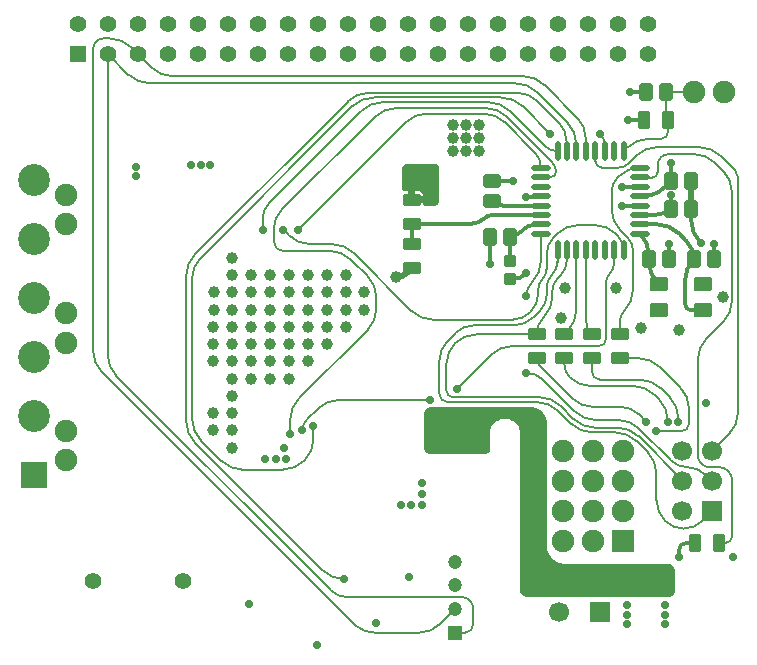
<source format=gbl>
G04 Layer_Physical_Order=4*
G04 Layer_Color=16711680*
%FSLAX43Y43*%
%MOMM*%
G71*
G01*
G75*
%ADD10C,0.300*%
%ADD11C,0.500*%
%ADD12C,0.200*%
G04:AMPARAMS|DCode=23|XSize=1.21mm|YSize=1.46mm|CornerRadius=0.151mm|HoleSize=0mm|Usage=FLASHONLY|Rotation=180.000|XOffset=0mm|YOffset=0mm|HoleType=Round|Shape=RoundedRectangle|*
%AMROUNDEDRECTD23*
21,1,1.210,1.157,0,0,180.0*
21,1,0.907,1.460,0,0,180.0*
1,1,0.302,-0.454,0.579*
1,1,0.302,0.454,0.579*
1,1,0.302,0.454,-0.579*
1,1,0.302,-0.454,-0.579*
%
%ADD23ROUNDEDRECTD23*%
G04:AMPARAMS|DCode=24|XSize=1.21mm|YSize=1.46mm|CornerRadius=0.151mm|HoleSize=0mm|Usage=FLASHONLY|Rotation=270.000|XOffset=0mm|YOffset=0mm|HoleType=Round|Shape=RoundedRectangle|*
%AMROUNDEDRECTD24*
21,1,1.210,1.157,0,0,270.0*
21,1,0.907,1.460,0,0,270.0*
1,1,0.302,-0.579,-0.454*
1,1,0.302,-0.579,0.454*
1,1,0.302,0.579,0.454*
1,1,0.302,0.579,-0.454*
%
%ADD24ROUNDEDRECTD24*%
G04:AMPARAMS|DCode=27|XSize=1.53mm|YSize=1.02mm|CornerRadius=0.128mm|HoleSize=0mm|Usage=FLASHONLY|Rotation=180.000|XOffset=0mm|YOffset=0mm|HoleType=Round|Shape=RoundedRectangle|*
%AMROUNDEDRECTD27*
21,1,1.530,0.765,0,0,180.0*
21,1,1.275,1.020,0,0,180.0*
1,1,0.255,-0.637,0.383*
1,1,0.255,0.637,0.383*
1,1,0.255,0.637,-0.383*
1,1,0.255,-0.637,-0.383*
%
%ADD27ROUNDEDRECTD27*%
G04:AMPARAMS|DCode=28|XSize=1.53mm|YSize=1.02mm|CornerRadius=0.128mm|HoleSize=0mm|Usage=FLASHONLY|Rotation=270.000|XOffset=0mm|YOffset=0mm|HoleType=Round|Shape=RoundedRectangle|*
%AMROUNDEDRECTD28*
21,1,1.530,0.765,0,0,270.0*
21,1,1.275,1.020,0,0,270.0*
1,1,0.255,-0.383,-0.637*
1,1,0.255,-0.383,0.637*
1,1,0.255,0.383,0.637*
1,1,0.255,0.383,-0.637*
%
%ADD28ROUNDEDRECTD28*%
%ADD34C,1.900*%
%ADD35C,1.200*%
%ADD36R,1.200X1.200*%
%ADD37C,1.400*%
%ADD38C,2.700*%
%ADD39R,2.200X2.200*%
%ADD40R,1.900X1.900*%
%ADD41R,1.400X1.400*%
%ADD42C,1.700*%
%ADD43R,1.700X1.700*%
%ADD44R,1.700X1.700*%
%ADD45C,0.700*%
%ADD46C,1.000*%
%ADD47O,1.650X0.550*%
%ADD48O,0.550X1.650*%
G04:AMPARAMS|DCode=49|XSize=1.6mm|YSize=1.25mm|CornerRadius=0.156mm|HoleSize=0mm|Usage=FLASHONLY|Rotation=180.000|XOffset=0mm|YOffset=0mm|HoleType=Round|Shape=RoundedRectangle|*
%AMROUNDEDRECTD49*
21,1,1.600,0.938,0,0,180.0*
21,1,1.288,1.250,0,0,180.0*
1,1,0.313,-0.644,0.469*
1,1,0.313,0.644,0.469*
1,1,0.313,0.644,-0.469*
1,1,0.313,-0.644,-0.469*
%
%ADD49ROUNDEDRECTD49*%
G04:AMPARAMS|DCode=50|XSize=1.05mm|YSize=1.07mm|CornerRadius=0.131mm|HoleSize=0mm|Usage=FLASHONLY|Rotation=270.000|XOffset=0mm|YOffset=0mm|HoleType=Round|Shape=RoundedRectangle|*
%AMROUNDEDRECTD50*
21,1,1.050,0.808,0,0,270.0*
21,1,0.787,1.070,0,0,270.0*
1,1,0.263,-0.404,-0.394*
1,1,0.263,-0.404,0.394*
1,1,0.263,0.404,0.394*
1,1,0.263,0.404,-0.394*
%
%ADD50ROUNDEDRECTD50*%
G36*
X38500Y41900D02*
X38500Y41900D01*
X38500D01*
X38680Y41860D01*
X38737Y41836D01*
X38854Y41719D01*
X38918Y41565D01*
X38918Y41482D01*
X38918Y38772D01*
X38918Y38772D01*
X38918Y38678D01*
X38846Y38504D01*
X38713Y38372D01*
X38540Y38300D01*
X38446Y38300D01*
X37745Y38300D01*
X37571Y38451D01*
Y38534D01*
X36600D01*
Y38834D01*
X36300D01*
Y39550D01*
X35963D01*
X35800Y39722D01*
X35800Y41500D01*
X35800Y41500D01*
X35800Y41500D01*
X35845Y41688D01*
X35861Y41727D01*
X35973Y41839D01*
X36120Y41900D01*
X36200Y41900D01*
X38500Y41900D01*
X38500Y41900D01*
D02*
G37*
G36*
X46700Y21300D02*
Y21300D01*
X46700D01*
X46886Y21288D01*
X47079Y21250D01*
X47316Y21152D01*
X47529Y21010D01*
X47710Y20829D01*
X47852Y20616D01*
X47950Y20379D01*
X48000Y20128D01*
Y20000D01*
X48000Y9624D01*
X48008Y9465D01*
X48070Y9153D01*
X48192Y8858D01*
X48369Y8594D01*
X48594Y8369D01*
X48859Y8192D01*
X49153Y8070D01*
X49465Y8008D01*
X49624Y8000D01*
X58265Y8000D01*
X58265Y8000D01*
X58265Y8000D01*
X58265D01*
X58448Y7974D01*
X58608Y7908D01*
X58778Y7738D01*
X58870Y7515D01*
X58870Y7395D01*
X58870Y5763D01*
X58870Y5763D01*
Y5651D01*
X58784Y5444D01*
X58626Y5286D01*
X58419Y5200D01*
X58307Y5200D01*
X46614Y5200D01*
X46613Y5200D01*
X46501Y5200D01*
X46281Y5244D01*
X46074Y5330D01*
X45888Y5454D01*
X45781Y5561D01*
Y19000D01*
X45778Y19016D01*
X45779Y19032D01*
X45757Y19240D01*
X45748Y19271D01*
X45744Y19302D01*
X45679Y19501D01*
X45664Y19529D01*
X45653Y19560D01*
X45549Y19741D01*
X45528Y19765D01*
X45511Y19792D01*
X45371Y19948D01*
X45346Y19967D01*
X45324Y19991D01*
X45155Y20114D01*
X45126Y20127D01*
X45099Y20145D01*
X44908Y20231D01*
X44877Y20238D01*
X44848Y20250D01*
X44643Y20294D01*
X44611Y20294D01*
X44580Y20300D01*
X44370D01*
X44339Y20294D01*
X44307Y20294D01*
X44102Y20250D01*
X44073Y20238D01*
X44042Y20231D01*
X43851Y20145D01*
X43824Y20127D01*
X43795Y20114D01*
X43626Y19991D01*
X43604Y19967D01*
X43579Y19948D01*
X43439Y19792D01*
X43422Y19765D01*
X43401Y19741D01*
X43313Y19588D01*
X43300D01*
Y19566D01*
X43297Y19560D01*
X43286Y19529D01*
X43271Y19501D01*
X43206Y19302D01*
X43202Y19271D01*
X43193Y19240D01*
X43171Y19032D01*
X43172Y19016D01*
X43169Y19000D01*
Y17521D01*
X43040Y17391D01*
X42819Y17300D01*
X42700Y17300D01*
X38207Y17300D01*
X38096Y17300D01*
X37892Y17385D01*
X37735Y17542D01*
X37650Y17746D01*
X37650Y17857D01*
X37650Y20353D01*
X37650Y20747D01*
X37650Y20747D01*
X37650Y20747D01*
X37680Y20930D01*
X37734Y21060D01*
X37890Y21216D01*
X38093Y21300D01*
X38203D01*
X46700Y21300D01*
X46700Y21300D01*
D02*
G37*
%LPC*%
G36*
X37237Y39550D02*
X36900D01*
Y39134D01*
X37571D01*
Y39216D01*
X37546Y39344D01*
X37474Y39452D01*
X37365Y39525D01*
X37237Y39550D01*
D02*
G37*
%LPD*%
D10*
X47086Y36750D02*
G03*
X46000Y36300I0J-1536D01*
G01*
X59721Y30000D02*
G03*
X60233Y29488I512J0D01*
G01*
X56655Y33595D02*
G03*
X57399Y31798I2540J0D01*
G01*
X60421Y33721D02*
G03*
X60455Y33803I-81J81D01*
G01*
X43421Y37550D02*
G03*
X42700Y37251I0J-1019D01*
G01*
X41655Y36819D02*
G03*
X42700Y37251I0J1478D01*
G01*
X56655Y34188D02*
G03*
X55925Y35950I-2492J0D01*
G01*
X56203Y39150D02*
G03*
X58450Y40505I0J2540D01*
G01*
X56433Y47925D02*
G03*
X56551Y48209I-284J284D01*
G01*
X57116Y37550D02*
G03*
X58565Y38150I0J2049D01*
G01*
X59177Y36006D02*
G03*
X57381Y36750I-1796J-1796D01*
G01*
X60455Y33803D02*
G03*
X59801Y35382I-2234J0D01*
G01*
X60413Y33904D02*
G03*
X60413Y33905I-102J-102D01*
G01*
X60455Y33803D02*
G03*
X60413Y33904I-145J0D01*
G01*
X60421Y33721D02*
G03*
X59721Y32030I1692J-1692D01*
G01*
X60255Y37050D02*
G03*
X60999Y35254I2540J0D01*
G01*
X59861Y9800D02*
G03*
X59190Y9129I0J-671D01*
G01*
X43340Y38755D02*
G03*
X44318Y38350I978J978D01*
G01*
X44915Y35750D02*
G03*
X45828Y36128I0J1292D01*
G01*
X43200Y33400D02*
G03*
X43225Y33460I-60J60D01*
G01*
X45105Y32109D02*
G03*
X46291Y32600I0J1677D01*
G01*
X45828Y36128D02*
X46000Y36300D01*
X47086Y36750D02*
X47525D01*
X60233Y29488D02*
X61209D01*
X59721Y30000D02*
Y32030D01*
X56655Y33803D02*
Y34188D01*
Y33595D02*
Y33803D01*
X57399Y31798D02*
X57509Y31688D01*
X58345Y33803D02*
X58345Y35132D01*
X62145Y33803D02*
X62145Y35132D01*
X58555Y40450D02*
Y41944D01*
X43421Y37550D02*
X47525D01*
X36600Y36819D02*
X41655D01*
X44318Y38350D02*
X47525D01*
X46230Y39106D02*
X47525D01*
X54365Y39950D02*
X55925D01*
X54365Y38350D02*
X55925D01*
X55033Y47925D02*
X56433Y47925D01*
X54883Y45600D02*
X56283Y45600D01*
X36600Y35078D02*
Y36819D01*
X55925Y37550D02*
X57116D01*
X58565Y38100D02*
Y38150D01*
Y39216D01*
X55925Y36750D02*
X57381D01*
X59177Y36006D02*
X59801Y35382D01*
X60413Y33905D02*
X60413Y33904D01*
X60999Y35254D02*
X61053Y35200D01*
X60255Y37050D02*
Y38100D01*
X59190Y8600D02*
Y9129D01*
X59861Y9800D02*
X60567D01*
X43340Y40445D02*
X45124D01*
X45124Y40445D01*
X44915Y33629D02*
Y35700D01*
Y35750D01*
X43225Y33460D02*
Y35700D01*
X44900Y32109D02*
X45105D01*
D11*
X35214Y32263D02*
G03*
X36214Y32677I0J1414D01*
G01*
X60245Y38124D02*
G03*
X60255Y38100I34J0D01*
G01*
X36214Y32677D02*
X36600Y33063D01*
X60245Y38124D02*
Y40450D01*
D12*
X59460Y15028D02*
G03*
X59385Y15208I-255J0D01*
G01*
X55785Y18809D02*
G03*
X53989Y19553I-1796J-1796D01*
G01*
X55621Y18404D02*
G03*
X53825Y19148I-1796J-1796D01*
G01*
X57300Y15673D02*
G03*
X56556Y17469I-2540J0D01*
G01*
X59628Y11000D02*
G03*
X61137Y11625I0J2134D01*
G01*
X57300Y13452D02*
G03*
X58044Y11656I2540J0D01*
G01*
D02*
G03*
X59628Y11000I1584J1584D01*
G01*
X54525Y34550D02*
G03*
X53977Y35873I-1871J0D01*
G01*
X53894Y35956D02*
G03*
X52098Y36700I-1796J-1796D01*
G01*
X50690D02*
G03*
X48894Y35956I0J-2540D01*
G01*
X48619Y35681D02*
G03*
X48000Y34186I1495J-1495D01*
G01*
X51325Y44004D02*
G03*
X50581Y45800I-2540J0D01*
G01*
X50525Y43551D02*
G03*
X49781Y45347I-2540J0D01*
G01*
X44462Y45398D02*
G03*
X42666Y46142I-1796J-1796D01*
G01*
X37889D02*
G03*
X36093Y45398I0J-2540D01*
G01*
X47525Y41550D02*
G03*
X46970Y42890I-1895J0D01*
G01*
X26204Y35821D02*
G03*
X28000Y35078I1796J1796D01*
G01*
X10500Y52500D02*
G03*
X9600Y51600I0J-900D01*
G01*
X12828Y51756D02*
G03*
X11032Y52500I-1796J-1796D01*
G01*
X47679Y23621D02*
G03*
X46281Y24200I-1397J-1397D01*
G01*
X50356Y20944D02*
G03*
X52152Y20200I1796J1796D01*
G01*
X55846Y19456D02*
G03*
X54050Y20200I-1796J-1796D01*
G01*
X58533Y16769D02*
G03*
X59907Y16200I1375J1375D01*
G01*
X61479Y15549D02*
G03*
X59907Y16200I-1572J-1572D01*
G01*
X60800Y17200D02*
G03*
X61800Y16200I1000J0D01*
G01*
X61544Y27101D02*
G03*
X60800Y25305I1796J-1796D01*
G01*
X62956Y28513D02*
G03*
X63700Y30309I-1796J1796D01*
G01*
Y39493D02*
G03*
X62956Y41289I-2540J0D01*
G01*
X62289Y41956D02*
G03*
X60493Y42700I-1796J-1796D01*
G01*
X58325D02*
G03*
X57400Y41775I0J-925D01*
G01*
X56900Y40700D02*
G03*
X57400Y41200I0J500D01*
G01*
X55925Y40750D02*
G03*
X55975Y40700I50J0D01*
G01*
X63456Y19024D02*
G03*
X64200Y20820I-1796J1796D01*
G01*
Y40748D02*
G03*
X63959Y41330I-823J0D01*
G01*
X62733Y42556D02*
G03*
X60937Y43300I-1796J-1796D01*
G01*
X52125Y42136D02*
G03*
X52700Y41561I575J0D01*
G01*
X54083D02*
G03*
X54900Y41900I0J1156D01*
G01*
X57352Y43300D02*
G03*
X55556Y42556I0J-2540D01*
G01*
X54011Y40750D02*
G03*
X53500Y39516I1234J-1234D01*
G01*
Y38052D02*
G03*
X54244Y36256I2540J0D01*
G01*
X55863Y41550D02*
G03*
X54934Y41374I0J-2540D01*
G01*
D02*
G03*
X54067Y40806I929J-2364D01*
G01*
X56600Y44000D02*
G03*
X54850Y43275I0J-2474D01*
G01*
X57700Y44000D02*
G03*
X58300Y44600I0J600D01*
G01*
X47150Y25430D02*
G03*
X47434Y24745I968J0D01*
G01*
X50135Y22044D02*
G03*
X51931Y21300I1796J1796D01*
G01*
X55839Y20661D02*
G03*
X54297Y21300I-1542J-1542D01*
G01*
X57142Y22326D02*
G03*
X55346Y23070I-1796J-1796D01*
G01*
X58267Y20149D02*
G03*
X57523Y21945I-2540J0D01*
G01*
X27044Y22044D02*
G03*
X26300Y20248I1796J-1796D01*
G01*
X31666Y34334D02*
G03*
X29870Y35078I-1796J-1796D01*
G01*
X33600Y30548D02*
G03*
X32856Y32344I-2540J0D01*
G01*
Y27856D02*
G03*
X33600Y29652I-1796J1796D01*
G01*
X48800Y41200D02*
G03*
X48446Y42054I-1207J0D01*
G01*
X48350Y40750D02*
G03*
X48800Y41200I0J450D01*
G01*
X44644Y45856D02*
G03*
X42848Y46600I-1796J-1796D01*
G01*
X24500Y38534D02*
G03*
X23955Y37218I1316J-1316D01*
G01*
X34119Y47100D02*
G03*
X32322Y46356I0J-2540D01*
G01*
X24900Y35300D02*
G03*
X25700Y34500I800J0D01*
G01*
X25536Y37936D02*
G03*
X24900Y36400I1536J-1536D01*
G01*
X35252Y46600D02*
G03*
X33456Y45856I0J-2540D01*
G01*
X31544Y33656D02*
G03*
X31395Y33794I-1796J-1796D01*
G01*
Y33794D02*
G03*
X29690Y34500I-1705J-1705D01*
G01*
X53300Y32507D02*
G03*
X53041Y31881I626J-626D01*
G01*
X53300Y32507D02*
G03*
X53725Y33534I-1026J1026D01*
G01*
X18244Y34244D02*
G03*
X17500Y32448I1796J-1796D01*
G01*
X47172Y47956D02*
G03*
X45376Y48700I-1796J-1796D01*
G01*
X12600Y49444D02*
G03*
X14396Y48700I1796J1796D01*
G01*
X47825Y48556D02*
G03*
X46029Y49300I-1796J-1796D01*
G01*
X14540Y50044D02*
G03*
X16336Y49300I1796J1796D01*
G01*
X49725Y43662D02*
G03*
X48981Y45458I-2540J0D01*
G01*
X29018Y7479D02*
G03*
X30814Y6735I1796J1796D01*
G01*
X17500Y20050D02*
G03*
X18244Y18254I2540J0D01*
G01*
X20456Y16744D02*
G03*
X22252Y16000I1796J1796D01*
G01*
X18000Y20252D02*
G03*
X18744Y18456I2540J0D01*
G01*
X25692Y16000D02*
G03*
X27488Y16744I0J2540D01*
G01*
X27521Y16777D02*
G03*
X28265Y18573I-1796J1796D01*
G01*
X18663Y33863D02*
G03*
X18000Y32263I1600J-1600D01*
G01*
X33352Y47500D02*
G03*
X31556Y46756I0J-2540D01*
G01*
X10831Y25721D02*
G03*
X11575Y23925I2540J0D01*
G01*
X9600Y26052D02*
G03*
X10329Y24291I2490J0D01*
G01*
X44878Y46356D02*
G03*
X43082Y47100I-1796J-1796D01*
G01*
X47830Y43403D02*
G03*
X48925Y42950I1095J1095D01*
G01*
X45972Y46756D02*
G03*
X44176Y47500I-1796J-1796D01*
G01*
X47283Y47156D02*
G03*
X45487Y47900I-1796J-1796D01*
G01*
X32952D02*
G03*
X31156Y47156I0J-2540D01*
G01*
X52925Y43495D02*
G03*
X52550Y44400I-1280J0D01*
G01*
X52431Y26456D02*
G03*
X53041Y27065I0J609D01*
G01*
X45091Y26456D02*
G03*
X43295Y25712I0J-2540D01*
G01*
X39512Y22712D02*
G03*
X40106Y22118I594J0D01*
G01*
X42052Y27445D02*
G03*
X39512Y24905I0J-2540D01*
G01*
X49195Y21374D02*
G03*
X47399Y22118I-1796J-1796D01*
G01*
X50272Y20297D02*
G03*
X52069Y19553I1796J1796D01*
G01*
X38900Y22442D02*
G03*
X39642Y21700I742J0D01*
G01*
X39644Y26915D02*
G03*
X38900Y25119I1796J-1796D01*
G01*
X48997Y20956D02*
G03*
X47201Y21700I-1796J-1796D01*
G01*
X50061Y19892D02*
G03*
X51857Y19148I1796J1796D01*
G01*
X27708Y20243D02*
G03*
X27326Y19321I922J-922D01*
G01*
X30417Y21900D02*
G03*
X28621Y21156I0J-2540D01*
G01*
X63150Y9800D02*
G03*
X63725Y10375I0J575D01*
G01*
Y15040D02*
G03*
X63378Y15878I-1185J0D01*
G01*
D02*
G03*
X62600Y16200I-778J-778D01*
G01*
X31865Y2756D02*
G03*
X33458Y2194I1593J1978D01*
G01*
X37205D02*
G03*
X39001Y2938I0J2540D01*
G01*
X29737Y5763D02*
G03*
X31096Y5200I1359J1359D01*
G01*
X41800Y4200D02*
G03*
X40800Y5200I-1000J0D01*
G01*
X41100Y2200D02*
G03*
X41800Y2900I0J700D01*
G01*
X55300Y34600D02*
G03*
X54876Y35624I-1449J0D01*
G01*
X54556Y29395D02*
G03*
X55300Y31191I-1796J1796D01*
G01*
X54556Y29395D02*
G03*
X54200Y28535I860J-860D01*
G01*
X49781Y27736D02*
G03*
X50525Y29532I-1796J1796D01*
G01*
X51325Y28664D02*
G03*
X51830Y27445I1724J0D01*
G01*
X49967Y23814D02*
G03*
X51763Y23070I1796J1796D01*
G01*
X49490Y24966D02*
G03*
X49967Y23814I1629J0D01*
G01*
X59168Y20307D02*
G03*
X58425Y22103I-2540J0D01*
G01*
X57650Y22877D02*
G03*
X55854Y23621I-1796J-1796D01*
G01*
X51830Y24300D02*
G03*
X52509Y23621I679J0D01*
G01*
X57589Y24686D02*
G03*
X55793Y25430I-1796J-1796D01*
G01*
X60057Y21166D02*
G03*
X59313Y22962I-2540J0D01*
G01*
X59438Y19247D02*
G03*
X60057Y19866I0J619D01*
G01*
X41818Y28200D02*
G03*
X40301Y27572I0J-2146D01*
G01*
D02*
G03*
X40300Y27571I1517J-1519D01*
G01*
X36556Y29444D02*
G03*
X38352Y28700I1796J1796D01*
G01*
X49153Y32400D02*
G03*
X49725Y33782I-1382J1382D01*
G01*
X48893Y32141D02*
G03*
X48500Y31191I950J-950D01*
G01*
X47764Y28900D02*
G03*
X48500Y30677I-1777J1777D01*
G01*
X47745Y28880D02*
G03*
X47150Y27445I1435J-1435D01*
G01*
X48446Y32457D02*
G03*
X48925Y33613I-1155J1155D01*
G01*
X47453Y29444D02*
G03*
X48000Y30765I-1321J1321D01*
G01*
X48446Y32457D02*
G03*
X48000Y31380I1078J-1078D01*
G01*
X45157Y28200D02*
G03*
X46953Y28944I0J2540D01*
G01*
X47650Y32141D02*
G03*
X48000Y32987I-846J846D01*
G01*
X47650Y32141D02*
G03*
X47300Y31297I844J-844D01*
G01*
X45165Y28700D02*
G03*
X46614Y29300I0J2049D01*
G01*
X46626Y29312D02*
G03*
X47300Y30940I-1628J1628D01*
G01*
X46763Y31863D02*
G03*
X46281Y30700I1163J-1163D01*
G01*
X46781Y31881D02*
G03*
X47525Y33677I-1796J1796D01*
G01*
X52069Y19553D02*
X53989D01*
X51857Y19148D02*
X53825D01*
X55621Y18404D02*
X56556Y17469D01*
X61137Y11625D02*
X62000Y12488D01*
X57300Y13452D02*
Y15673D01*
X53894Y35956D02*
X53977Y35873D01*
X50690Y36700D02*
X52098D01*
X48619Y35681D02*
X48894Y35956D01*
X47525Y33677D02*
Y35950D01*
X54244Y36256D02*
X54876Y35624D01*
X51325Y28664D02*
Y34550D01*
X50525Y29532D02*
Y34550D01*
X51325Y42950D02*
Y44004D01*
X50525Y42950D02*
Y43551D01*
X37889Y46142D02*
X42666D01*
X44462Y45398D02*
X46970Y42890D01*
X26995Y36300D02*
X36093Y45398D01*
X25725Y36300D02*
X26204Y35821D01*
X58123Y47925D02*
X60480D01*
X60480Y47925D01*
X58123Y45775D02*
Y47925D01*
Y45775D02*
X58298Y45600D01*
X10500Y52500D02*
X11032D01*
X47679Y23621D02*
X50356Y20944D01*
X52152Y20200D02*
X54050D01*
X61479Y15549D02*
X62000Y15028D01*
X61800Y16200D02*
X62600D01*
X60800Y17200D02*
Y25305D01*
X61544Y27101D02*
X62956Y28513D01*
X63700Y30309D02*
Y39493D01*
X62289Y41956D02*
X62956Y41289D01*
X58325Y42700D02*
X60493D01*
X57400Y41200D02*
Y41775D01*
X55975Y40700D02*
X56900D01*
X62000Y17568D02*
X63456Y19024D01*
X64200Y20820D02*
Y40748D01*
X62733Y42556D02*
X63959Y41330D01*
X52125Y42136D02*
Y42950D01*
X52700Y41561D02*
X54083D01*
X54900Y41900D02*
X55556Y42556D01*
X57352Y43300D02*
X60937D01*
X53500Y38052D02*
Y39516D01*
X54011Y40750D02*
X54067Y40806D01*
X55863Y41550D02*
X55925D01*
X54525Y42950D02*
X54850Y43275D01*
X56600Y44000D02*
X57700D01*
X58300Y44600D02*
Y45600D01*
X58298D02*
X58298D01*
X58300D01*
X47434Y24745D02*
X50135Y22044D01*
X55839Y20661D02*
X56447Y20053D01*
X51931Y21300D02*
X54297D01*
X57142Y22326D02*
X57523Y21945D01*
X59168Y20046D02*
Y20307D01*
X58267Y20046D02*
Y20149D01*
X26300Y18986D02*
Y20248D01*
X27044Y22044D02*
X32856Y27856D01*
X28000Y35078D02*
X29870D01*
X33600Y29652D02*
Y30548D01*
X47525Y40750D02*
X48350D01*
X44644Y45856D02*
X48446Y42054D01*
X23955Y36300D02*
Y37218D01*
X24500Y38534D02*
X32322Y46356D01*
X24900Y35300D02*
Y36400D01*
X25700Y34500D02*
X29690D01*
X25536Y37936D02*
X33456Y45856D01*
X35252Y46600D02*
X42848D01*
X31544Y33656D02*
X32856Y32344D01*
X53725Y33534D02*
Y34550D01*
X53041Y27065D02*
Y31881D01*
X18244Y34244D02*
X31156Y47156D01*
X14396Y48700D02*
X45376D01*
X47172Y47956D02*
X49781Y45347D01*
X10831Y51213D02*
X12600Y49444D01*
X16336Y49300D02*
X46029D01*
X13371Y51213D02*
X14540Y50044D01*
X12828Y51756D02*
X13371Y51213D01*
X47825Y48556D02*
X50581Y45800D01*
X49725Y42950D02*
Y43662D01*
X47283Y47156D02*
X48981Y45458D01*
X18244Y18254D02*
X29018Y7479D01*
X30814Y6735D02*
X30884D01*
X17500Y20050D02*
Y32448D01*
X28265Y18573D02*
Y19700D01*
X18744Y18456D02*
X20456Y16744D01*
X22252Y16000D02*
X25692D01*
X27488Y16744D02*
X27521Y16777D01*
X18000Y20252D02*
Y32263D01*
X18663Y33863D02*
X31556Y46756D01*
X10831Y25721D02*
Y51213D01*
X9600Y26052D02*
Y51600D01*
X10329Y24291D02*
X31865Y2756D01*
X44878Y46356D02*
X47830Y43403D01*
X34119Y47100D02*
X43082D01*
X33352Y47500D02*
X44176D01*
X32952Y47900D02*
X45487D01*
X52925Y42950D02*
Y43495D01*
X45972Y46756D02*
X48310Y44418D01*
X45091Y26456D02*
X52431D01*
X39512Y22712D02*
Y24905D01*
X40106Y22118D02*
X47399D01*
X49195Y21374D02*
X50272Y20297D01*
X38900Y22442D02*
Y25119D01*
X39642Y21700D02*
X47201D01*
X48997Y20956D02*
X50061Y19892D01*
X27708Y20243D02*
X28621Y21156D01*
X30417Y21900D02*
X38139D01*
X40383Y22800D02*
X43295Y25712D01*
X62582Y9800D02*
X63150D01*
X63725Y10375D02*
Y15040D01*
X33458Y2194D02*
X37205D01*
X39001Y2938D02*
X40257Y4194D01*
X40257Y2194D02*
Y2200D01*
X11575Y23925D02*
X29737Y5763D01*
X31096Y5200D02*
X40800D01*
X41800Y2900D02*
Y4200D01*
X40257Y2200D02*
X41100D01*
X55300Y31191D02*
Y34600D01*
X54200Y27445D02*
Y28535D01*
X49490Y27445D02*
X49781Y27736D01*
X51763Y23070D02*
X55346D01*
X49490Y24966D02*
Y25430D01*
X57650Y22877D02*
X58425Y22103D01*
X52509Y23621D02*
X55854D01*
X51830Y24300D02*
Y25430D01*
X54200Y25430D02*
X55793D01*
X57589Y24686D02*
X59313Y22962D01*
X55785Y18809D02*
X59385Y15208D01*
X55846Y19456D02*
X58533Y16769D01*
X60057Y19866D02*
Y21166D01*
X57266Y19247D02*
X59438D01*
X39644Y26915D02*
X40300Y27571D01*
X31666Y34334D02*
X36556Y29444D01*
X49725Y33782D02*
Y34550D01*
X48893Y32141D02*
X49153Y32400D01*
X48500Y30677D02*
Y31191D01*
X47745Y28880D02*
X47764Y28900D01*
X42052Y27445D02*
X47150D01*
X48000Y30765D02*
Y31380D01*
X48925Y33613D02*
Y34550D01*
X46953Y28944D02*
X47453Y29444D01*
X41818Y28200D02*
X45157D01*
X48000Y32987D02*
Y34186D01*
X38352Y28700D02*
X45165D01*
X46614Y29300D02*
X46626Y29312D01*
X47300Y30940D02*
Y31297D01*
X46763Y31863D02*
X46781Y31881D01*
D23*
X62145Y33803D02*
D03*
X60455Y33803D02*
D03*
X60255Y38100D02*
D03*
X58565Y38100D02*
D03*
X60245Y40450D02*
D03*
X58555Y40450D02*
D03*
X58345Y33803D02*
D03*
X56655Y33803D02*
D03*
X56433Y47925D02*
D03*
X58123Y47925D02*
D03*
X44915Y35700D02*
D03*
X43225D02*
D03*
D24*
X43340Y40445D02*
D03*
X43340Y38755D02*
D03*
D27*
X51830Y25430D02*
D03*
X51830Y27445D02*
D03*
X36600Y38834D02*
D03*
X36600Y36819D02*
D03*
Y35078D02*
D03*
Y33063D02*
D03*
X47150Y25430D02*
D03*
X47150Y27445D02*
D03*
X54200Y25430D02*
D03*
X54200Y27445D02*
D03*
X49490Y25430D02*
D03*
X49490Y27445D02*
D03*
D28*
X56283Y45600D02*
D03*
X58298Y45600D02*
D03*
X62582Y9800D02*
D03*
X60567D02*
D03*
D34*
X7272Y26750D02*
D03*
X7272Y29250D02*
D03*
X7272Y16770D02*
D03*
X7272Y19270D02*
D03*
X7272Y36750D02*
D03*
Y39250D02*
D03*
X49420Y17548D02*
D03*
X49420Y15008D02*
D03*
X49420Y12468D02*
D03*
X49420Y9928D02*
D03*
X51960Y9928D02*
D03*
X51960Y12468D02*
D03*
Y15008D02*
D03*
X51960Y17548D02*
D03*
X54500Y15008D02*
D03*
X54500Y12468D02*
D03*
Y17548D02*
D03*
X62980Y47925D02*
D03*
X60480Y47925D02*
D03*
D35*
X40257Y4194D02*
D03*
X40257Y6194D02*
D03*
X40257Y8194D02*
D03*
D36*
X40257Y2194D02*
D03*
D37*
X9600Y6600D02*
D03*
X17200Y6600D02*
D03*
X18451Y53753D02*
D03*
X20991D02*
D03*
X36231Y53753D02*
D03*
X33691Y53753D02*
D03*
X26071Y53753D02*
D03*
X23531Y53753D02*
D03*
X28611D02*
D03*
X31151Y53753D02*
D03*
X41311Y53753D02*
D03*
X38771Y53753D02*
D03*
X43851D02*
D03*
X46391D02*
D03*
X8291Y53753D02*
D03*
X10831Y53753D02*
D03*
X13371D02*
D03*
X15911D02*
D03*
X46391Y51213D02*
D03*
X43851D02*
D03*
X38771Y51213D02*
D03*
X41311Y51213D02*
D03*
X31151Y51213D02*
D03*
X28611Y51213D02*
D03*
X23531Y51213D02*
D03*
X26071Y51213D02*
D03*
X33691D02*
D03*
X36231Y51213D02*
D03*
X20991Y51213D02*
D03*
X13371D02*
D03*
X10831Y51213D02*
D03*
X15911Y51213D02*
D03*
X18451Y51213D02*
D03*
X51471Y51213D02*
D03*
X48931Y51213D02*
D03*
X54011D02*
D03*
X56551Y51213D02*
D03*
X56551Y53753D02*
D03*
X54011Y53753D02*
D03*
X48931Y53753D02*
D03*
X51471Y53753D02*
D03*
D38*
X4600Y35500D02*
D03*
X4600Y25500D02*
D03*
X4600Y20500D02*
D03*
X4600Y30500D02*
D03*
Y40500D02*
D03*
D39*
Y15500D02*
D03*
D40*
X54500Y9928D02*
D03*
D41*
X8291Y51213D02*
D03*
D42*
X49050Y3896D02*
D03*
X62000Y15028D02*
D03*
X62000Y17568D02*
D03*
X59460Y17568D02*
D03*
X59460Y15028D02*
D03*
X59460Y12488D02*
D03*
D43*
X52550Y3896D02*
D03*
D44*
X62000Y12488D02*
D03*
D45*
X61465Y21600D02*
D03*
X48045Y6231D02*
D03*
Y7164D02*
D03*
Y8096D02*
D03*
X47200Y6236D02*
D03*
Y7168D02*
D03*
Y8100D02*
D03*
X46332Y8129D02*
D03*
Y7197D02*
D03*
Y6265D02*
D03*
X54783Y2900D02*
D03*
X54806Y3693D02*
D03*
Y4500D02*
D03*
X57994D02*
D03*
Y3693D02*
D03*
X58017Y2900D02*
D03*
X58345Y35132D02*
D03*
X62145Y35132D02*
D03*
X58555Y41944D02*
D03*
X46230Y39106D02*
D03*
X54365Y39950D02*
D03*
Y38350D02*
D03*
X55033Y47925D02*
D03*
X54883Y45600D02*
D03*
X33550Y3000D02*
D03*
X39322Y20783D02*
D03*
X39318Y19829D02*
D03*
X39315Y18825D02*
D03*
X38400Y18842D02*
D03*
X38403Y19846D02*
D03*
X38407Y20800D02*
D03*
X25800Y17800D02*
D03*
X25940Y16894D02*
D03*
X25070Y16904D02*
D03*
X24200Y16914D02*
D03*
X38344Y41332D02*
D03*
Y40400D02*
D03*
X25725Y36300D02*
D03*
X26995D02*
D03*
X23955D02*
D03*
X26300Y18986D02*
D03*
X27326Y19321D02*
D03*
X28265Y19700D02*
D03*
X35650Y13000D02*
D03*
X36545D02*
D03*
X37457Y12990D02*
D03*
Y13922D02*
D03*
Y14854D02*
D03*
X37512Y40411D02*
D03*
Y41343D02*
D03*
X28535Y1143D02*
D03*
X38397Y17838D02*
D03*
X39312Y17821D02*
D03*
X13222Y40838D02*
D03*
Y41646D02*
D03*
X17876Y41775D02*
D03*
X18730Y41775D02*
D03*
X19538D02*
D03*
X30884Y6735D02*
D03*
X46281Y24200D02*
D03*
X59168Y20046D02*
D03*
X58267D02*
D03*
X56447Y20053D02*
D03*
X48310Y44418D02*
D03*
X52550Y44400D02*
D03*
X58565Y39216D02*
D03*
X61053Y35200D02*
D03*
X40383Y22800D02*
D03*
X38139Y21900D02*
D03*
X36315Y6907D02*
D03*
X59190Y8600D02*
D03*
X63750Y8600D02*
D03*
X22815Y4625D02*
D03*
X57266Y19247D02*
D03*
X45124Y40445D02*
D03*
X43200Y33400D02*
D03*
X46281Y30700D02*
D03*
X46291Y32600D02*
D03*
D46*
X49205Y28857D02*
D03*
X49545Y31400D02*
D03*
X62900Y30600D02*
D03*
X56000Y28000D02*
D03*
X53885Y31400D02*
D03*
X59250Y27830D02*
D03*
X32580Y29535D02*
D03*
X32582Y30996D02*
D03*
X30980Y28074D02*
D03*
X30982Y29535D02*
D03*
X30985Y30996D02*
D03*
X30987Y32457D02*
D03*
X29380Y26613D02*
D03*
X29382Y28074D02*
D03*
X29385Y29535D02*
D03*
X27780Y25152D02*
D03*
X27782Y26613D02*
D03*
X27785Y28074D02*
D03*
X26180Y23691D02*
D03*
X26182Y25152D02*
D03*
X26185Y26613D02*
D03*
X24582Y23691D02*
D03*
X24585Y25152D02*
D03*
X21377Y17847D02*
D03*
X21405Y33918D02*
D03*
X19785Y20769D02*
D03*
X19782Y19308D02*
D03*
X22985Y23691D02*
D03*
X26187Y28074D02*
D03*
X27787Y29535D02*
D03*
X29387Y30996D02*
D03*
X29390Y32457D02*
D03*
X19803Y30996D02*
D03*
X19800Y29535D02*
D03*
X19798Y28074D02*
D03*
X19795Y26613D02*
D03*
X19792Y25152D02*
D03*
X24587Y26613D02*
D03*
X24590Y28074D02*
D03*
X22987Y25152D02*
D03*
X27790Y30996D02*
D03*
X27792Y32457D02*
D03*
X26190Y29535D02*
D03*
X26192Y30996D02*
D03*
X26195Y32457D02*
D03*
X24592Y29535D02*
D03*
X24595Y30996D02*
D03*
X24597Y32457D02*
D03*
X23000D02*
D03*
X22997Y30996D02*
D03*
X22995Y29535D02*
D03*
X22992Y28074D02*
D03*
X22990Y26613D02*
D03*
X21380Y19308D02*
D03*
X21382Y20769D02*
D03*
X21385Y22230D02*
D03*
X21387Y23691D02*
D03*
X21390Y25152D02*
D03*
X21392Y26613D02*
D03*
X21395Y28074D02*
D03*
X21397Y29535D02*
D03*
X21400Y30996D02*
D03*
X21403Y32457D02*
D03*
X42300Y42956D02*
D03*
X41200Y42967D02*
D03*
X40100Y42978D02*
D03*
X42300Y45178D02*
D03*
X41200Y45189D02*
D03*
X40100Y45200D02*
D03*
Y44089D02*
D03*
X41200Y44078D02*
D03*
X42300Y44067D02*
D03*
X35214Y32263D02*
D03*
D47*
X55925Y41550D02*
D03*
X55925Y40750D02*
D03*
X55925Y39950D02*
D03*
X55925Y39150D02*
D03*
X55925Y38350D02*
D03*
Y37550D02*
D03*
X55925Y36750D02*
D03*
Y35950D02*
D03*
X47525D02*
D03*
X47525Y36750D02*
D03*
Y37550D02*
D03*
Y38350D02*
D03*
X47525Y39150D02*
D03*
X47525Y39950D02*
D03*
X47525Y40750D02*
D03*
Y41550D02*
D03*
D48*
X54525Y34550D02*
D03*
X53725Y34550D02*
D03*
X52925Y34550D02*
D03*
X52125Y34550D02*
D03*
X51325Y34550D02*
D03*
X50525Y34550D02*
D03*
X49725Y34550D02*
D03*
X48925Y34550D02*
D03*
X48925Y42950D02*
D03*
X49725Y42950D02*
D03*
X50525D02*
D03*
X51325D02*
D03*
X52125Y42950D02*
D03*
X52925D02*
D03*
X53725Y42950D02*
D03*
X54525D02*
D03*
D49*
X61209Y29488D02*
D03*
Y31688D02*
D03*
X57509D02*
D03*
X57509Y29488D02*
D03*
D50*
X44900Y32109D02*
D03*
Y33629D02*
D03*
M02*

</source>
